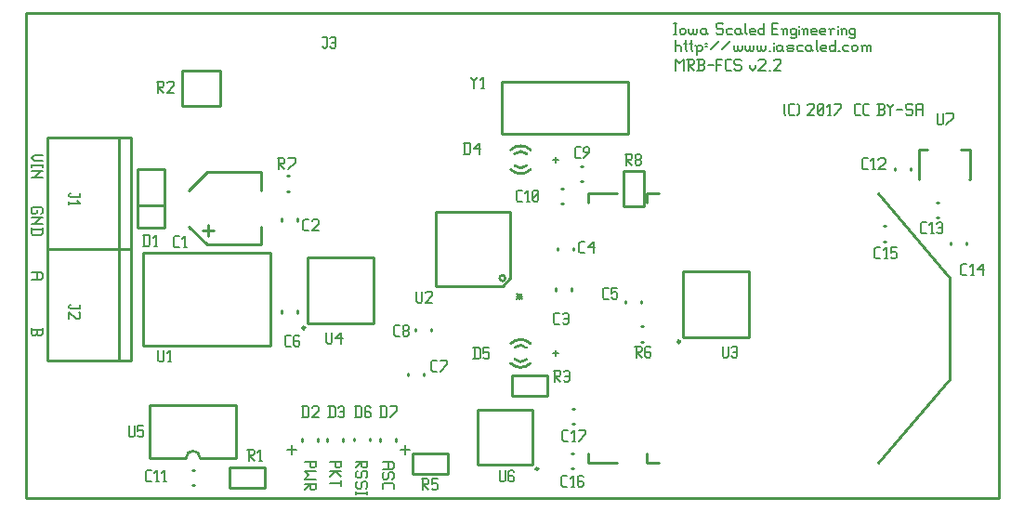
<source format=gbr>
G04 start of page 9 for group -4079 idx -4079 *
G04 Title: (unknown), topsilk *
G04 Creator: pcb 20140316 *
G04 CreationDate: Fri 02 Jun 2017 03:03:48 AM GMT UTC *
G04 For: railfan *
G04 Format: Gerber/RS-274X *
G04 PCB-Dimensions (mil): 3500.00 1750.00 *
G04 PCB-Coordinate-Origin: lower left *
%MOIN*%
%FSLAX25Y25*%
%LNTOPSILK*%
%ADD89C,0.0080*%
%ADD88C,0.0100*%
G54D88*X500Y500D02*Y174500D01*
X349500D01*
Y500D02*Y174500D01*
Y500D02*X500D01*
G54D89*X233000Y171000D02*X234000D01*
X233500D02*Y167000D01*
X233000D02*X234000D01*
X235200Y168500D02*Y167500D01*
Y168500D02*X235700Y169000D01*
X236700D01*
X237200Y168500D01*
Y167500D01*
X236700Y167000D02*X237200Y167500D01*
X235700Y167000D02*X236700D01*
X235200Y167500D02*X235700Y167000D01*
X238400Y169000D02*Y167500D01*
X238900Y167000D01*
X239400D01*
X239900Y167500D01*
Y169000D02*Y167500D01*
X240400Y167000D01*
X240900D01*
X241400Y167500D01*
Y169000D02*Y167500D01*
X244100Y169000D02*X244600Y168500D01*
X243100Y169000D02*X244100D01*
X242600Y168500D02*X243100Y169000D01*
X242600Y168500D02*Y167500D01*
X243100Y167000D01*
X244600Y169000D02*Y167500D01*
X245100Y167000D01*
X243100D02*X244100D01*
X244600Y167500D01*
X250100Y171000D02*X250600Y170500D01*
X248600Y171000D02*X250100D01*
X248100Y170500D02*X248600Y171000D01*
X248100Y170500D02*Y169500D01*
X248600Y169000D01*
X250100D01*
X250600Y168500D01*
Y167500D01*
X250100Y167000D02*X250600Y167500D01*
X248600Y167000D02*X250100D01*
X248100Y167500D02*X248600Y167000D01*
X252300Y169000D02*X253800D01*
X251800Y168500D02*X252300Y169000D01*
X251800Y168500D02*Y167500D01*
X252300Y167000D01*
X253800D01*
X256500Y169000D02*X257000Y168500D01*
X255500Y169000D02*X256500D01*
X255000Y168500D02*X255500Y169000D01*
X255000Y168500D02*Y167500D01*
X255500Y167000D01*
X257000Y169000D02*Y167500D01*
X257500Y167000D01*
X255500D02*X256500D01*
X257000Y167500D01*
X258700Y171000D02*Y167500D01*
X259200Y167000D01*
X260700D02*X262200D01*
X260200Y167500D02*X260700Y167000D01*
X260200Y168500D02*Y167500D01*
Y168500D02*X260700Y169000D01*
X261700D01*
X262200Y168500D01*
X260200Y168000D02*X262200D01*
Y168500D02*Y168000D01*
X265400Y171000D02*Y167000D01*
X264900D02*X265400Y167500D01*
X263900Y167000D02*X264900D01*
X263400Y167500D02*X263900Y167000D01*
X263400Y168500D02*Y167500D01*
Y168500D02*X263900Y169000D01*
X264900D01*
X265400Y168500D01*
X268400Y169000D02*X269900D01*
X268400Y167000D02*X270400D01*
X268400Y171000D02*Y167000D01*
Y171000D02*X270400D01*
X272100Y168500D02*Y167000D01*
Y168500D02*X272600Y169000D01*
X273100D01*
X273600Y168500D01*
Y167000D01*
X271600Y169000D02*X272100Y168500D01*
X276300Y169000D02*X276800Y168500D01*
X275300Y169000D02*X276300D01*
X274800Y168500D02*X275300Y169000D01*
X274800Y168500D02*Y167500D01*
X275300Y167000D01*
X276300D01*
X276800Y167500D01*
X274800Y166000D02*X275300Y165500D01*
X276300D01*
X276800Y166000D01*
Y169000D02*Y166000D01*
X278000Y170000D02*Y169500D01*
Y168500D02*Y167000D01*
X279500Y168500D02*Y167000D01*
Y168500D02*X280000Y169000D01*
X280500D01*
X281000Y168500D01*
Y167000D01*
X279000Y169000D02*X279500Y168500D01*
X282700Y167000D02*X284200D01*
X282200Y167500D02*X282700Y167000D01*
X282200Y168500D02*Y167500D01*
Y168500D02*X282700Y169000D01*
X283700D01*
X284200Y168500D01*
X282200Y168000D02*X284200D01*
Y168500D02*Y168000D01*
X285900Y167000D02*X287400D01*
X285400Y167500D02*X285900Y167000D01*
X285400Y168500D02*Y167500D01*
Y168500D02*X285900Y169000D01*
X286900D01*
X287400Y168500D01*
X285400Y168000D02*X287400D01*
Y168500D02*Y168000D01*
X289100Y168500D02*Y167000D01*
Y168500D02*X289600Y169000D01*
X290600D01*
X288600D02*X289100Y168500D01*
X291800Y170000D02*Y169500D01*
Y168500D02*Y167000D01*
X293300Y168500D02*Y167000D01*
Y168500D02*X293800Y169000D01*
X294300D01*
X294800Y168500D01*
Y167000D01*
X292800Y169000D02*X293300Y168500D01*
X297500Y169000D02*X298000Y168500D01*
X296500Y169000D02*X297500D01*
X296000Y168500D02*X296500Y169000D01*
X296000Y168500D02*Y167500D01*
X296500Y167000D01*
X297500D01*
X298000Y167500D01*
X296000Y166000D02*X296500Y165500D01*
X297500D01*
X298000Y166000D01*
Y169000D02*Y166000D01*
X233500Y165000D02*Y161000D01*
Y162500D02*X234000Y163000D01*
X235000D01*
X235500Y162500D01*
Y161000D01*
X237200Y165000D02*Y161500D01*
X237700Y161000D01*
X236700Y163500D02*X237700D01*
X239200Y165000D02*Y161500D01*
X239700Y161000D01*
X238700Y163500D02*X239700D01*
X241200Y162500D02*Y159500D01*
X240700Y163000D02*X241200Y162500D01*
X241700Y163000D01*
X242700D01*
X243200Y162500D01*
Y161500D01*
X242700Y161000D02*X243200Y161500D01*
X241700Y161000D02*X242700D01*
X241200Y161500D02*X241700Y161000D01*
X244400Y163500D02*X244900D01*
X244400Y162500D02*X244900D01*
X246100Y161500D02*X249100Y164500D01*
X250300Y161500D02*X253300Y164500D01*
X254500Y163000D02*Y161500D01*
X255000Y161000D01*
X255500D01*
X256000Y161500D01*
Y163000D02*Y161500D01*
X256500Y161000D01*
X257000D01*
X257500Y161500D01*
Y163000D02*Y161500D01*
X258700Y163000D02*Y161500D01*
X259200Y161000D01*
X259700D01*
X260200Y161500D01*
Y163000D02*Y161500D01*
X260700Y161000D01*
X261200D01*
X261700Y161500D01*
Y163000D02*Y161500D01*
X262900Y163000D02*Y161500D01*
X263400Y161000D01*
X263900D01*
X264400Y161500D01*
Y163000D02*Y161500D01*
X264900Y161000D01*
X265400D01*
X265900Y161500D01*
Y163000D02*Y161500D01*
X267100Y161000D02*X267600D01*
X268800Y164000D02*Y163500D01*
Y162500D02*Y161000D01*
X271300Y163000D02*X271800Y162500D01*
X270300Y163000D02*X271300D01*
X269800Y162500D02*X270300Y163000D01*
X269800Y162500D02*Y161500D01*
X270300Y161000D01*
X271800Y163000D02*Y161500D01*
X272300Y161000D01*
X270300D02*X271300D01*
X271800Y161500D01*
X274000Y161000D02*X275500D01*
X276000Y161500D01*
X275500Y162000D02*X276000Y161500D01*
X274000Y162000D02*X275500D01*
X273500Y162500D02*X274000Y162000D01*
X273500Y162500D02*X274000Y163000D01*
X275500D01*
X276000Y162500D01*
X273500Y161500D02*X274000Y161000D01*
X277700Y163000D02*X279200D01*
X277200Y162500D02*X277700Y163000D01*
X277200Y162500D02*Y161500D01*
X277700Y161000D01*
X279200D01*
X281900Y163000D02*X282400Y162500D01*
X280900Y163000D02*X281900D01*
X280400Y162500D02*X280900Y163000D01*
X280400Y162500D02*Y161500D01*
X280900Y161000D01*
X282400Y163000D02*Y161500D01*
X282900Y161000D01*
X280900D02*X281900D01*
X282400Y161500D01*
X284100Y165000D02*Y161500D01*
X284600Y161000D01*
X286100D02*X287600D01*
X285600Y161500D02*X286100Y161000D01*
X285600Y162500D02*Y161500D01*
Y162500D02*X286100Y163000D01*
X287100D01*
X287600Y162500D01*
X285600Y162000D02*X287600D01*
Y162500D02*Y162000D01*
X290800Y165000D02*Y161000D01*
X290300D02*X290800Y161500D01*
X289300Y161000D02*X290300D01*
X288800Y161500D02*X289300Y161000D01*
X288800Y162500D02*Y161500D01*
Y162500D02*X289300Y163000D01*
X290300D01*
X290800Y162500D01*
X292000Y161000D02*X292500D01*
X294200Y163000D02*X295700D01*
X293700Y162500D02*X294200Y163000D01*
X293700Y162500D02*Y161500D01*
X294200Y161000D01*
X295700D01*
X296900Y162500D02*Y161500D01*
Y162500D02*X297400Y163000D01*
X298400D01*
X298900Y162500D01*
Y161500D01*
X298400Y161000D02*X298900Y161500D01*
X297400Y161000D02*X298400D01*
X296900Y161500D02*X297400Y161000D01*
X300600Y162500D02*Y161000D01*
Y162500D02*X301100Y163000D01*
X301600D01*
X302100Y162500D01*
Y161000D01*
Y162500D02*X302600Y163000D01*
X303100D01*
X303600Y162500D01*
Y161000D01*
X300100Y163000D02*X300600Y162500D01*
X272500Y138500D02*X273000Y138000D01*
X272500Y141500D02*X273000Y142000D01*
X272500Y141500D02*Y138500D01*
X274700Y138000D02*X276200D01*
X274200Y138500D02*X274700Y138000D01*
X274200Y141500D02*Y138500D01*
Y141500D02*X274700Y142000D01*
X276200D01*
X277400D02*X277900Y141500D01*
Y138500D01*
X277400Y138000D02*X277900Y138500D01*
X280900Y141500D02*X281400Y142000D01*
X282900D01*
X283400Y141500D01*
Y140500D01*
X280900Y138000D02*X283400Y140500D01*
X280900Y138000D02*X283400D01*
X284600Y138500D02*X285100Y138000D01*
X284600Y141500D02*Y138500D01*
Y141500D02*X285100Y142000D01*
X286100D01*
X286600Y141500D01*
Y138500D01*
X286100Y138000D02*X286600Y138500D01*
X285100Y138000D02*X286100D01*
X284600Y139000D02*X286600Y141000D01*
X288300Y138000D02*X289300D01*
X288800Y142000D02*Y138000D01*
X287800Y141000D02*X288800Y142000D01*
X290500Y138000D02*X293000Y140500D01*
Y142000D02*Y140500D01*
X290500Y142000D02*X293000D01*
X298300Y138000D02*X299800D01*
X297800Y138500D02*X298300Y138000D01*
X297800Y141500D02*Y138500D01*
Y141500D02*X298300Y142000D01*
X299800D01*
X301500Y138000D02*X303000D01*
X301000Y138500D02*X301500Y138000D01*
X301000Y141500D02*Y138500D01*
Y141500D02*X301500Y142000D01*
X303000D01*
X306000Y138000D02*X308000D01*
X308500Y138500D01*
Y139500D02*Y138500D01*
X308000Y140000D02*X308500Y139500D01*
X306500Y140000D02*X308000D01*
X306500Y142000D02*Y138000D01*
X306000Y142000D02*X308000D01*
X308500Y141500D01*
Y140500D01*
X308000Y140000D02*X308500Y140500D01*
X309700Y142000D02*Y141500D01*
X310700Y140500D01*
X311700Y141500D01*
Y142000D02*Y141500D01*
X310700Y140500D02*Y138000D01*
X312900Y140000D02*X314900D01*
X318100Y142000D02*X318600Y141500D01*
X316600Y142000D02*X318100D01*
X316100Y141500D02*X316600Y142000D01*
X316100Y141500D02*Y140500D01*
X316600Y140000D01*
X318100D01*
X318600Y139500D01*
Y138500D01*
X318100Y138000D02*X318600Y138500D01*
X316600Y138000D02*X318100D01*
X316100Y138500D02*X316600Y138000D01*
X319800Y141500D02*Y138000D01*
Y141500D02*X320300Y142000D01*
X321800D01*
X322300Y141500D01*
Y138000D01*
X319800Y140000D02*X322300D01*
X233500Y158000D02*Y154000D01*
Y158000D02*X235000Y156500D01*
X236500Y158000D01*
Y154000D01*
X237700Y158000D02*X239700D01*
X240200Y157500D01*
Y156500D01*
X239700Y156000D02*X240200Y156500D01*
X238200Y156000D02*X239700D01*
X238200Y158000D02*Y154000D01*
Y156000D02*X240200Y154000D01*
X241400D02*X243400D01*
X243900Y154500D01*
Y155500D02*Y154500D01*
X243400Y156000D02*X243900Y155500D01*
X241900Y156000D02*X243400D01*
X241900Y158000D02*Y154000D01*
X241400Y158000D02*X243400D01*
X243900Y157500D01*
Y156500D01*
X243400Y156000D02*X243900Y156500D01*
X245100Y156000D02*X247100D01*
X248300Y158000D02*Y154000D01*
Y158000D02*X250300D01*
X248300Y156000D02*X249800D01*
X252000Y154000D02*X253500D01*
X251500Y154500D02*X252000Y154000D01*
X251500Y157500D02*Y154500D01*
Y157500D02*X252000Y158000D01*
X253500D01*
X256700D02*X257200Y157500D01*
X255200Y158000D02*X256700D01*
X254700Y157500D02*X255200Y158000D01*
X254700Y157500D02*Y156500D01*
X255200Y156000D01*
X256700D01*
X257200Y155500D01*
Y154500D01*
X256700Y154000D02*X257200Y154500D01*
X255200Y154000D02*X256700D01*
X254700Y154500D02*X255200Y154000D01*
X260200Y156000D02*Y155000D01*
X261200Y154000D01*
X262200Y155000D01*
Y156000D02*Y155000D01*
X263400Y157500D02*X263900Y158000D01*
X265400D01*
X265900Y157500D01*
Y156500D01*
X263400Y154000D02*X265900Y156500D01*
X263400Y154000D02*X265900D01*
X267100D02*X267600D01*
X268800Y157500D02*X269300Y158000D01*
X270800D01*
X271300Y157500D01*
Y156500D01*
X268800Y154000D02*X271300Y156500D01*
X268800Y154000D02*X271300D01*
X3500Y123500D02*X6500D01*
X3500D02*X2500Y122500D01*
X3500Y121500D01*
X6500D01*
Y120300D02*Y119300D01*
X2500Y119800D02*X6500D01*
X2500Y120300D02*Y119300D01*
Y118100D02*X6500D01*
X6000D02*X6500D01*
X6000D02*X3500Y115600D01*
X2500D02*X6500D01*
Y103000D02*X6000Y102500D01*
X6500Y104500D02*Y103000D01*
X6000Y105000D02*X6500Y104500D01*
X3000Y105000D02*X6000D01*
X3000D02*X2500Y104500D01*
Y103000D01*
X3000Y102500D01*
X4000D01*
X4500Y103000D02*X4000Y102500D01*
X4500Y104000D02*Y103000D01*
X2500Y101300D02*X6500D01*
X6000D02*X6500D01*
X6000D02*X3500Y98800D01*
X2500D02*X6500D01*
X2500Y97100D02*X6500D01*
Y95600D02*X6000Y95100D01*
X3000D02*X6000D01*
X2500Y95600D02*X3000Y95100D01*
X2500Y97600D02*Y95600D01*
X6500Y97600D02*Y95600D01*
X2500Y81500D02*X6000D01*
X6500Y81000D01*
Y79500D01*
X6000Y79000D01*
X2500D02*X6000D01*
X4500Y81500D02*Y79000D01*
X2500Y61500D02*Y59500D01*
X3000Y59000D01*
X4000D01*
X4500Y59500D02*X4000Y59000D01*
X4500Y61000D02*Y59500D01*
X2500Y61000D02*X6500D01*
Y61500D02*Y59500D01*
X6000Y59000D01*
X5000D02*X6000D01*
X4500Y59500D02*X5000Y59000D01*
X100500Y13500D02*X104500D01*
Y14000D02*Y12000D01*
X104000Y11500D01*
X103000D02*X104000D01*
X102500Y12000D02*X103000Y11500D01*
X102500Y13500D02*Y12000D01*
X100500Y10300D02*X104500D01*
X100500D02*X102000Y8800D01*
X100500Y7300D01*
X104500D01*
Y6100D02*Y4100D01*
X104000Y3600D01*
X103000D02*X104000D01*
X102500Y4100D02*X103000Y3600D01*
X102500Y5600D02*Y4100D01*
X100500Y5600D02*X104500D01*
X102500D02*X100500Y3600D01*
X94400Y17920D02*X97720D01*
X96060Y19580D02*Y16260D01*
X109500Y13500D02*X113500D01*
Y14000D02*Y12000D01*
X113000Y11500D01*
X112000D02*X113000D01*
X111500Y12000D02*X112000Y11500D01*
X111500Y13500D02*Y12000D01*
X109500Y10300D02*X113500D01*
X111500D02*X113500Y8300D01*
X111500Y10300D02*X109500Y8300D01*
X113500Y7100D02*Y5100D01*
X109500Y6100D02*X113500D01*
X123000Y14000D02*Y12000D01*
X122500Y11500D01*
X121500D02*X122500D01*
X121000Y12000D02*X121500Y11500D01*
X121000Y13500D02*Y12000D01*
X119000Y13500D02*X123000D01*
X121000D02*X119000Y11500D01*
X123000Y8300D02*X122500Y7800D01*
X123000Y9800D02*Y8300D01*
X122500Y10300D02*X123000Y9800D01*
X121500Y10300D02*X122500D01*
X121500D02*X121000Y9800D01*
Y8300D01*
X120500Y7800D01*
X119500D02*X120500D01*
X119000Y8300D02*X119500Y7800D01*
X119000Y9800D02*Y8300D01*
X119500Y10300D02*X119000Y9800D01*
X123000Y4600D02*X122500Y4100D01*
X123000Y6100D02*Y4600D01*
X122500Y6600D02*X123000Y6100D01*
X121500Y6600D02*X122500D01*
X121500D02*X121000Y6100D01*
Y4600D01*
X120500Y4100D01*
X119500D02*X120500D01*
X119000Y4600D02*X119500Y4100D01*
X119000Y6100D02*Y4600D01*
X119500Y6600D02*X119000Y6100D01*
X123000Y2900D02*Y1900D01*
X119000Y2400D02*X123000D01*
X119000Y2900D02*Y1900D01*
X128500Y13500D02*X132000D01*
X132500Y13000D01*
Y11500D01*
X132000Y11000D01*
X128500D02*X132000D01*
X130500Y13500D02*Y11000D01*
X132500Y7800D02*X132000Y7300D01*
X132500Y9300D02*Y7800D01*
X132000Y9800D02*X132500Y9300D01*
X131000Y9800D02*X132000D01*
X131000D02*X130500Y9300D01*
Y7800D01*
X130000Y7300D01*
X129000D02*X130000D01*
X128500Y7800D02*X129000Y7300D01*
X128500Y9300D02*Y7800D01*
X129000Y9800D02*X128500Y9300D01*
Y5600D02*Y4100D01*
X129000Y6100D02*X128500Y5600D01*
X129000Y6100D02*X132000D01*
X132500Y5600D01*
Y4100D01*
X135000Y18020D02*X138320D01*
X136660Y19680D02*Y16360D01*
X176500Y74000D02*X178500Y72000D01*
X176500D02*X178500Y74000D01*
X176500Y73000D02*X178500D01*
X177500Y74000D02*Y72000D01*
X189500Y122000D02*X191500D01*
X190500Y123000D02*Y121000D01*
X189500Y52500D02*X191500D01*
X190500Y53500D02*Y51500D01*
G54D88*X143255Y45350D02*Y44564D01*
X137745Y45350D02*Y44564D01*
X133255Y21893D02*Y21107D01*
X127745Y21893D02*Y21107D01*
X139201Y16741D02*X151799D01*
Y9259D01*
X139201D02*X151799D01*
X139201Y16741D02*Y9259D01*
X162657Y12657D02*X182343D01*
X162657Y32343D02*Y12657D01*
Y32343D02*X182343D01*
Y12657D01*
X184343Y11157D02*G75*G03X184343Y11157I-500J0D01*G01*
X196107Y11245D02*X196893D01*
X196107Y16755D02*X196893D01*
X196607Y27245D02*X197393D01*
X196607Y32755D02*X197393D01*
X174853Y44666D02*X187451D01*
Y37184D01*
X174853D01*
Y44666D01*
X114255Y21850D02*Y21064D01*
X108745Y21850D02*Y21064D01*
X123755Y21936D02*Y21150D01*
X118245Y21936D02*Y21150D01*
X8200Y130000D02*Y90000D01*
X38200Y130000D02*Y90000D01*
X33800Y130000D02*Y90000D01*
X8200Y130000D02*X38200D01*
X8200Y90000D02*X38200D01*
X8200D02*Y50000D01*
X38200Y90000D02*Y50000D01*
X33800Y90000D02*Y50000D01*
X8200Y90000D02*X38200D01*
X8200Y50000D02*X38200D01*
X94107Y110788D02*X94893D01*
X94107Y116298D02*X94893D01*
X84992Y98004D02*Y91508D01*
Y117492D02*Y110996D01*
X65504Y117492D02*X84992D01*
X65504Y91508D02*X84992D01*
X65504Y117492D02*X59008Y110996D01*
X65504Y91508D02*X59008Y98004D01*
X66000Y98500D02*Y94500D01*
X64000Y96500D02*X68000D01*
X50300Y118500D02*Y97500D01*
X40700Y118500D02*Y97500D01*
X50300D01*
X40700Y118500D02*X50300D01*
X40700Y105500D02*X50300D01*
X42665Y55126D02*X88335D01*
X42665Y88590D02*X88335D01*
X42665D02*Y55126D01*
X88335Y88590D02*Y55126D01*
X97755Y67893D02*Y67107D01*
X92245Y67893D02*Y67107D01*
Y100893D02*Y100107D01*
X97755Y100893D02*Y100107D01*
X101689Y86811D02*Y63189D01*
Y86811D02*X125311D01*
Y63189D01*
X101689D02*X125311D01*
X100189Y61189D02*G75*G03X100189Y61189I0J500D01*G01*
X60107Y10755D02*X60893D01*
X60107Y5245D02*X60893D01*
X73701Y4259D02*X86299D01*
X73701Y11741D02*Y4259D01*
Y11741D02*X86299D01*
Y4259D01*
X56610Y153799D02*Y141201D01*
Y153799D02*X70390D01*
Y141201D01*
X56610D02*X70390D01*
X76000Y34000D02*Y15000D01*
X45000Y34000D02*X76000D01*
X45000D02*Y15000D01*
X63000D02*X76000D01*
X45000D02*X58000D01*
X63000D02*G75*G03X58000Y15000I-2500J0D01*G01*
X105255Y21893D02*Y21107D01*
X99745Y21893D02*Y21107D01*
X145755Y61393D02*Y60607D01*
X140245Y61393D02*Y60607D01*
X175879Y119879D02*G75*G03X180121Y119879I2121J2121D01*G01*
X180121Y124121D02*G75*G03X175879Y124121I-2121J-2121D01*G01*
X174464Y118464D02*G75*G03X181536Y118464I3536J3536D01*G01*
X181536Y125536D02*G75*G03X174464Y125536I-3536J-3536D01*G01*
X192607Y111755D02*X193393D01*
X192607Y106245D02*X193393D01*
X199607Y114245D02*X200393D01*
X199607Y119755D02*X200393D01*
X171362Y131150D02*X216638D01*
X171362Y149850D02*Y131150D01*
Y149850D02*X216638D01*
Y131150D01*
X221255Y71393D02*Y70607D01*
X215745Y71393D02*Y70607D01*
X221150Y62255D02*X221936D01*
X221150Y56745D02*X221936D01*
X175879Y50379D02*G75*G03X180121Y50379I2121J2121D01*G01*
X180121Y54621D02*G75*G03X175879Y54621I-2121J-2121D01*G01*
X174464Y48964D02*G75*G03X181536Y48964I3536J3536D01*G01*
X181536Y56036D02*G75*G03X174464Y56036I-3536J-3536D01*G01*
X147621Y76621D02*X171479D01*
X147621Y103379D02*Y76621D01*
Y103379D02*X174379D01*
Y79521D01*
X171479Y76621D01*
X172479Y79521D02*G75*G03X172479Y79521I-1000J0D01*G01*
X196255Y75893D02*Y75107D01*
X190745Y75893D02*Y75107D01*
X196755Y90436D02*Y89650D01*
X191245Y90436D02*Y89650D01*
X214759Y117799D02*Y105201D01*
Y117799D02*X222241D01*
Y105201D01*
X214759D02*X222241D01*
X317755Y118936D02*Y118150D01*
X312245Y118936D02*Y118150D01*
X236189Y81811D02*Y58189D01*
Y81811D02*X259811D01*
Y58189D01*
X236189D02*X259811D01*
X234689Y56189D02*G75*G03X234689Y56189I0J500D01*G01*
X308107Y98255D02*X308893D01*
X308107Y92745D02*X308893D01*
X332245Y92393D02*Y91607D01*
X337755Y92393D02*Y91607D01*
X327107Y101245D02*X327893D01*
X327107Y106755D02*X327893D01*
X320750Y125650D02*Y115020D01*
X339250Y125650D02*Y115020D01*
X320750Y125650D02*X324000D01*
X339250D02*X336000D01*
X320750Y115020D02*X320929D01*
X339071D02*X339250D01*
X223150Y109807D02*X227500D01*
X223150Y13193D02*X227500D01*
X223150Y109807D02*Y106500D01*
Y16500D02*Y13193D01*
X306142Y109807D02*X331851Y79610D01*
X306142Y13193D02*X331851Y43390D01*
Y79610D02*Y43390D01*
X202150Y109807D02*Y106500D01*
Y109807D02*X212500D01*
X202150Y16500D02*Y13193D01*
X212500D01*
G54D89*X20000Y70000D02*Y68500D01*
X16500D02*X20000D01*
X16000Y69000D02*X16500Y68500D01*
X16000Y69500D02*Y69000D01*
X16500Y70000D02*X16000Y69500D01*
X19500Y67300D02*X20000Y66800D01*
Y65300D01*
X19500Y64800D01*
X18500D02*X19500D01*
X16000Y67300D02*X18500Y64800D01*
X16000Y67300D02*Y64800D01*
X44000Y6500D02*X45500D01*
X43500Y7000D02*X44000Y6500D01*
X43500Y10000D02*Y7000D01*
Y10000D02*X44000Y10500D01*
X45500D01*
X47200Y6500D02*X48200D01*
X47700Y10500D02*Y6500D01*
X46700Y9500D02*X47700Y10500D01*
X49900Y6500D02*X50900D01*
X50400Y10500D02*Y6500D01*
X49400Y9500D02*X50400Y10500D01*
X37500Y26500D02*Y23000D01*
X38000Y22500D01*
X39000D01*
X39500Y23000D01*
Y26500D02*Y23000D01*
X40700Y26500D02*X42700D01*
X40700D02*Y24500D01*
X41200Y25000D01*
X42200D01*
X42700Y24500D01*
Y23000D01*
X42200Y22500D02*X42700Y23000D01*
X41200Y22500D02*X42200D01*
X40700Y23000D02*X41200Y22500D01*
X128000Y33500D02*Y29500D01*
X129500Y33500D02*X130000Y33000D01*
Y30000D01*
X129500Y29500D02*X130000Y30000D01*
X127500Y29500D02*X129500D01*
X127500Y33500D02*X129500D01*
X131200Y29500D02*X133700Y32000D01*
Y33500D02*Y32000D01*
X131200Y33500D02*X133700D01*
X100000D02*Y29500D01*
X101500Y33500D02*X102000Y33000D01*
Y30000D01*
X101500Y29500D02*X102000Y30000D01*
X99500Y29500D02*X101500D01*
X99500Y33500D02*X101500D01*
X103200Y33000D02*X103700Y33500D01*
X105200D01*
X105700Y33000D01*
Y32000D01*
X103200Y29500D02*X105700Y32000D01*
X103200Y29500D02*X105700D01*
X80000Y18000D02*X82000D01*
X82500Y17500D01*
Y16500D01*
X82000Y16000D02*X82500Y16500D01*
X80500Y16000D02*X82000D01*
X80500Y18000D02*Y14000D01*
Y16000D02*X82500Y14000D01*
X84200D02*X85200D01*
X84700Y18000D02*Y14000D01*
X83700Y17000D02*X84700Y18000D01*
X118957Y33500D02*Y29500D01*
X120457Y33500D02*X120957Y33000D01*
Y30000D01*
X120457Y29500D02*X120957Y30000D01*
X118457Y29500D02*X120457D01*
X118457Y33500D02*X120457D01*
X123657D02*X124157Y33000D01*
X122657Y33500D02*X123657D01*
X122157Y33000D02*X122657Y33500D01*
X122157Y33000D02*Y30000D01*
X122657Y29500D01*
X123657Y31500D02*X124157Y31000D01*
X122157Y31500D02*X123657D01*
X122657Y29500D02*X123657D01*
X124157Y30000D01*
Y31000D02*Y30000D01*
X109543Y33500D02*Y29500D01*
X111043Y33500D02*X111543Y33000D01*
Y30000D01*
X111043Y29500D02*X111543Y30000D01*
X109043Y29500D02*X111043D01*
X109043Y33500D02*X111043D01*
X112743Y33000D02*X113243Y33500D01*
X114243D01*
X114743Y33000D01*
Y30000D01*
X114243Y29500D02*X114743Y30000D01*
X113243Y29500D02*X114243D01*
X112743Y30000D02*X113243Y29500D01*
Y31500D02*X114743D01*
X108390Y60047D02*Y56547D01*
X108890Y56047D01*
X109890D01*
X110390Y56547D01*
Y60047D02*Y56547D01*
X111590Y58047D02*X113590Y60047D01*
X111590Y58047D02*X114090D01*
X113590Y60047D02*Y56047D01*
X48000Y53500D02*Y50000D01*
X48500Y49500D01*
X49500D01*
X50000Y50000D01*
Y53500D02*Y50000D01*
X51700Y49500D02*X52700D01*
X52200Y53500D02*Y49500D01*
X51200Y52500D02*X52200Y53500D01*
X94000Y55000D02*X95500D01*
X93500Y55500D02*X94000Y55000D01*
X93500Y58500D02*Y55500D01*
Y58500D02*X94000Y59000D01*
X95500D01*
X98200D02*X98700Y58500D01*
X97200Y59000D02*X98200D01*
X96700Y58500D02*X97200Y59000D01*
X96700Y58500D02*Y55500D01*
X97200Y55000D01*
X98200Y57000D02*X98700Y56500D01*
X96700Y57000D02*X98200D01*
X97200Y55000D02*X98200D01*
X98700Y55500D01*
Y56500D02*Y55500D01*
X142500Y7500D02*X144500D01*
X145000Y7000D01*
Y6000D01*
X144500Y5500D02*X145000Y6000D01*
X143000Y5500D02*X144500D01*
X143000Y7500D02*Y3500D01*
Y5500D02*X145000Y3500D01*
X146200Y7500D02*X148200D01*
X146200D02*Y5500D01*
X146700Y6000D01*
X147700D01*
X148200Y5500D01*
Y4000D01*
X147700Y3500D02*X148200Y4000D01*
X146700Y3500D02*X147700D01*
X146200Y4000D02*X146700Y3500D01*
X170500Y10500D02*Y7000D01*
X171000Y6500D01*
X172000D01*
X172500Y7000D01*
Y10500D02*Y7000D01*
X175200Y10500D02*X175700Y10000D01*
X174200Y10500D02*X175200D01*
X173700Y10000D02*X174200Y10500D01*
X173700Y10000D02*Y7000D01*
X174200Y6500D01*
X175200Y8500D02*X175700Y8000D01*
X173700Y8500D02*X175200D01*
X174200Y6500D02*X175200D01*
X175700Y7000D01*
Y8000D02*Y7000D01*
X193100Y4700D02*X194600D01*
X192600Y5200D02*X193100Y4700D01*
X192600Y8200D02*Y5200D01*
Y8200D02*X193100Y8700D01*
X194600D01*
X196300Y4700D02*X197300D01*
X196800Y8700D02*Y4700D01*
X195800Y7700D02*X196800Y8700D01*
X200000D02*X200500Y8200D01*
X199000Y8700D02*X200000D01*
X198500Y8200D02*X199000Y8700D01*
X198500Y8200D02*Y5200D01*
X199000Y4700D01*
X200000Y6700D02*X200500Y6200D01*
X198500Y6700D02*X200000D01*
X199000Y4700D02*X200000D01*
X200500Y5200D01*
Y6200D02*Y5200D01*
X133200Y58700D02*X134700D01*
X132700Y59200D02*X133200Y58700D01*
X132700Y62200D02*Y59200D01*
Y62200D02*X133200Y62700D01*
X134700D01*
X135900Y59200D02*X136400Y58700D01*
X135900Y60200D02*Y59200D01*
Y60200D02*X136400Y60700D01*
X137400D01*
X137900Y60200D01*
Y59200D01*
X137400Y58700D02*X137900Y59200D01*
X136400Y58700D02*X137400D01*
X135900Y61200D02*X136400Y60700D01*
X135900Y62200D02*Y61200D01*
Y62200D02*X136400Y62700D01*
X137400D01*
X137900Y62200D01*
Y61200D01*
X137400Y60700D02*X137900Y61200D01*
X146500Y46000D02*X148000D01*
X146000Y46500D02*X146500Y46000D01*
X146000Y49500D02*Y46500D01*
Y49500D02*X146500Y50000D01*
X148000D01*
X149200Y46000D02*X151700Y48500D01*
Y50000D02*Y48500D01*
X149200Y50000D02*X151700D01*
X158000Y128000D02*Y124000D01*
X159500Y128000D02*X160000Y127500D01*
Y124500D01*
X159500Y124000D02*X160000Y124500D01*
X157500Y124000D02*X159500D01*
X157500Y128000D02*X159500D01*
X161200Y126000D02*X163200Y128000D01*
X161200Y126000D02*X163700D01*
X163200Y128000D02*Y124000D01*
X177000Y107000D02*X178500D01*
X176500Y107500D02*X177000Y107000D01*
X176500Y110500D02*Y107500D01*
Y110500D02*X177000Y111000D01*
X178500D01*
X180200Y107000D02*X181200D01*
X180700Y111000D02*Y107000D01*
X179700Y110000D02*X180700Y111000D01*
X182400Y107500D02*X182900Y107000D01*
X182400Y110500D02*Y107500D01*
Y110500D02*X182900Y111000D01*
X183900D01*
X184400Y110500D01*
Y107500D01*
X183900Y107000D02*X184400Y107500D01*
X182900Y107000D02*X183900D01*
X182400Y108000D02*X184400Y110000D01*
X160217Y151783D02*Y151283D01*
X161217Y150283D01*
X162217Y151283D01*
Y151783D02*Y151283D01*
X161217Y150283D02*Y147783D01*
X163917D02*X164917D01*
X164417Y151783D02*Y147783D01*
X163417Y150783D02*X164417Y151783D01*
X198000Y122500D02*X199500D01*
X197500Y123000D02*X198000Y122500D01*
X197500Y126000D02*Y123000D01*
Y126000D02*X198000Y126500D01*
X199500D01*
X200700Y122500D02*X202700Y124500D01*
Y126000D02*Y124500D01*
X202200Y126500D02*X202700Y126000D01*
X201200Y126500D02*X202200D01*
X200700Y126000D02*X201200Y126500D01*
X200700Y126000D02*Y125000D01*
X201200Y124500D01*
X202700D01*
X215500Y124000D02*X217500D01*
X218000Y123500D01*
Y122500D01*
X217500Y122000D02*X218000Y122500D01*
X216000Y122000D02*X217500D01*
X216000Y124000D02*Y120000D01*
Y122000D02*X218000Y120000D01*
X219200Y120500D02*X219700Y120000D01*
X219200Y121500D02*Y120500D01*
Y121500D02*X219700Y122000D01*
X220700D01*
X221200Y121500D01*
Y120500D01*
X220700Y120000D02*X221200Y120500D01*
X219700Y120000D02*X220700D01*
X219200Y122500D02*X219700Y122000D01*
X219200Y123500D02*Y122500D01*
Y123500D02*X219700Y124000D01*
X220700D01*
X221200Y123500D01*
Y122500D01*
X220700Y122000D02*X221200Y122500D01*
X189752Y46425D02*X191752D01*
X192252Y45925D01*
Y44925D01*
X191752Y44425D02*X192252Y44925D01*
X190252Y44425D02*X191752D01*
X190252Y46425D02*Y42425D01*
Y44425D02*X192252Y42425D01*
X193452Y45925D02*X193952Y46425D01*
X194952D01*
X195452Y45925D01*
Y42925D01*
X194952Y42425D02*X195452Y42925D01*
X193952Y42425D02*X194952D01*
X193452Y42925D02*X193952Y42425D01*
Y44425D02*X195452D01*
X199457Y88500D02*X200957D01*
X198957Y89000D02*X199457Y88500D01*
X198957Y92000D02*Y89000D01*
Y92000D02*X199457Y92500D01*
X200957D01*
X202157Y90500D02*X204157Y92500D01*
X202157Y90500D02*X204657D01*
X204157Y92500D02*Y88500D01*
X193500Y21000D02*X195000D01*
X193000Y21500D02*X193500Y21000D01*
X193000Y24500D02*Y21500D01*
Y24500D02*X193500Y25000D01*
X195000D01*
X196700Y21000D02*X197700D01*
X197200Y25000D02*Y21000D01*
X196200Y24000D02*X197200Y25000D01*
X198900Y21000D02*X201400Y23500D01*
Y25000D02*Y23500D01*
X198900Y25000D02*X201400D01*
X208000Y72000D02*X209500D01*
X207500Y72500D02*X208000Y72000D01*
X207500Y75500D02*Y72500D01*
Y75500D02*X208000Y76000D01*
X209500D01*
X210700D02*X212700D01*
X210700D02*Y74000D01*
X211200Y74500D01*
X212200D01*
X212700Y74000D01*
Y72500D01*
X212200Y72000D02*X212700Y72500D01*
X211200Y72000D02*X212200D01*
X210700Y72500D02*X211200Y72000D01*
X219043Y55000D02*X221043D01*
X221543Y54500D01*
Y53500D01*
X221043Y53000D02*X221543Y53500D01*
X219543Y53000D02*X221043D01*
X219543Y55000D02*Y51000D01*
Y53000D02*X221543Y51000D01*
X224243Y55000D02*X224743Y54500D01*
X223243Y55000D02*X224243D01*
X222743Y54500D02*X223243Y55000D01*
X222743Y54500D02*Y51500D01*
X223243Y51000D01*
X224243Y53000D02*X224743Y52500D01*
X222743Y53000D02*X224243D01*
X223243Y51000D02*X224243D01*
X224743Y51500D01*
Y52500D02*Y51500D01*
X161500Y54500D02*Y50500D01*
X163000Y54500D02*X163500Y54000D01*
Y51000D01*
X163000Y50500D02*X163500Y51000D01*
X161000Y50500D02*X163000D01*
X161000Y54500D02*X163000D01*
X164700D02*X166700D01*
X164700D02*Y52500D01*
X165200Y53000D01*
X166200D01*
X166700Y52500D01*
Y51000D01*
X166200Y50500D02*X166700Y51000D01*
X165200Y50500D02*X166200D01*
X164700Y51000D02*X165200Y50500D01*
X190414Y63000D02*X191914D01*
X189914Y63500D02*X190414Y63000D01*
X189914Y66500D02*Y63500D01*
Y66500D02*X190414Y67000D01*
X191914D01*
X193114Y66500D02*X193614Y67000D01*
X194614D01*
X195114Y66500D01*
Y63500D01*
X194614Y63000D02*X195114Y63500D01*
X193614Y63000D02*X194614D01*
X193114Y63500D02*X193614Y63000D01*
Y65000D02*X195114D01*
X140600Y74700D02*Y71200D01*
X141100Y70700D01*
X142100D01*
X142600Y71200D01*
Y74700D02*Y71200D01*
X143800Y74200D02*X144300Y74700D01*
X145800D01*
X146300Y74200D01*
Y73200D01*
X143800Y70700D02*X146300Y73200D01*
X143800Y70700D02*X146300D01*
X90914Y122457D02*X92914D01*
X93414Y121957D01*
Y120957D01*
X92914Y120457D02*X93414Y120957D01*
X91414Y120457D02*X92914D01*
X91414Y122457D02*Y118457D01*
Y120457D02*X93414Y118457D01*
X94614D02*X97114Y120957D01*
Y122457D02*Y120957D01*
X94614Y122457D02*X97114D01*
X100500Y96600D02*X102000D01*
X100000Y97100D02*X100500Y96600D01*
X100000Y100100D02*Y97100D01*
Y100100D02*X100500Y100600D01*
X102000D01*
X103200Y100100D02*X103700Y100600D01*
X105200D01*
X105700Y100100D01*
Y99100D01*
X103200Y96600D02*X105700Y99100D01*
X103200Y96600D02*X105700D01*
X107000Y166000D02*X108500D01*
Y162500D01*
X108000Y162000D02*X108500Y162500D01*
X107500Y162000D02*X108000D01*
X107000Y162500D02*X107500Y162000D01*
X109700Y165500D02*X110200Y166000D01*
X111200D01*
X111700Y165500D01*
Y162500D01*
X111200Y162000D02*X111700Y162500D01*
X110200Y162000D02*X111200D01*
X109700Y162500D02*X110200Y162000D01*
Y164000D02*X111700D01*
X20000Y110000D02*Y108500D01*
X16500D02*X20000D01*
X16000Y109000D02*X16500Y108500D01*
X16000Y109500D02*Y109000D01*
X16500Y110000D02*X16000Y109500D01*
Y106800D02*Y105800D01*
Y106300D02*X20000D01*
X19000Y107300D02*X20000Y106300D01*
X47500Y150000D02*X49500D01*
X50000Y149500D01*
Y148500D01*
X49500Y148000D02*X50000Y148500D01*
X48000Y148000D02*X49500D01*
X48000Y150000D02*Y146000D01*
Y148000D02*X50000Y146000D01*
X51200Y149500D02*X51700Y150000D01*
X53200D01*
X53700Y149500D01*
Y148500D01*
X51200Y146000D02*X53700Y148500D01*
X51200Y146000D02*X53700D01*
X54000Y90500D02*X55500D01*
X53500Y91000D02*X54000Y90500D01*
X53500Y94000D02*Y91000D01*
Y94000D02*X54000Y94500D01*
X55500D01*
X57200Y90500D02*X58200D01*
X57700Y94500D02*Y90500D01*
X56700Y93500D02*X57700Y94500D01*
X43000Y95000D02*Y91000D01*
X44500Y95000D02*X45000Y94500D01*
Y91500D01*
X44500Y91000D02*X45000Y91500D01*
X42500Y91000D02*X44500D01*
X42500Y95000D02*X44500D01*
X46700Y91000D02*X47700D01*
X47200Y95000D02*Y91000D01*
X46200Y94000D02*X47200Y95000D01*
X327500Y138500D02*Y135000D01*
X328000Y134500D01*
X329000D01*
X329500Y135000D01*
Y138500D02*Y135000D01*
X330700Y134500D02*X333200Y137000D01*
Y138500D02*Y137000D01*
X330700Y138500D02*X333200D01*
X300957Y118500D02*X302457D01*
X300457Y119000D02*X300957Y118500D01*
X300457Y122000D02*Y119000D01*
Y122000D02*X300957Y122500D01*
X302457D01*
X304157Y118500D02*X305157D01*
X304657Y122500D02*Y118500D01*
X303657Y121500D02*X304657Y122500D01*
X306357Y122000D02*X306857Y122500D01*
X308357D01*
X308857Y122000D01*
Y121000D01*
X306357Y118500D02*X308857Y121000D01*
X306357Y118500D02*X308857D01*
X305500Y86500D02*X307000D01*
X305000Y87000D02*X305500Y86500D01*
X305000Y90000D02*Y87000D01*
Y90000D02*X305500Y90500D01*
X307000D01*
X308700Y86500D02*X309700D01*
X309200Y90500D02*Y86500D01*
X308200Y89500D02*X309200Y90500D01*
X310900D02*X312900D01*
X310900D02*Y88500D01*
X311400Y89000D01*
X312400D01*
X312900Y88500D01*
Y87000D01*
X312400Y86500D02*X312900Y87000D01*
X311400Y86500D02*X312400D01*
X310900Y87000D02*X311400Y86500D01*
X322000Y95500D02*X323500D01*
X321500Y96000D02*X322000Y95500D01*
X321500Y99000D02*Y96000D01*
Y99000D02*X322000Y99500D01*
X323500D01*
X325200Y95500D02*X326200D01*
X325700Y99500D02*Y95500D01*
X324700Y98500D02*X325700Y99500D01*
X327400Y99000D02*X327900Y99500D01*
X328900D01*
X329400Y99000D01*
Y96000D01*
X328900Y95500D02*X329400Y96000D01*
X327900Y95500D02*X328900D01*
X327400Y96000D02*X327900Y95500D01*
Y97500D02*X329400D01*
X250500Y55000D02*Y51500D01*
X251000Y51000D01*
X252000D01*
X252500Y51500D01*
Y55000D02*Y51500D01*
X253700Y54500D02*X254200Y55000D01*
X255200D01*
X255700Y54500D01*
Y51500D01*
X255200Y51000D02*X255700Y51500D01*
X254200Y51000D02*X255200D01*
X253700Y51500D02*X254200Y51000D01*
Y53000D02*X255700D01*
X336500Y80500D02*X338000D01*
X336000Y81000D02*X336500Y80500D01*
X336000Y84000D02*Y81000D01*
Y84000D02*X336500Y84500D01*
X338000D01*
X339700Y80500D02*X340700D01*
X340200Y84500D02*Y80500D01*
X339200Y83500D02*X340200Y84500D01*
X341900Y82500D02*X343900Y84500D01*
X341900Y82500D02*X344400D01*
X343900Y84500D02*Y80500D01*
M02*

</source>
